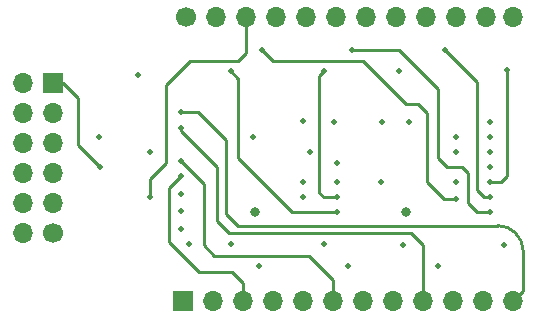
<source format=gbr>
%TF.GenerationSoftware,KiCad,Pcbnew,(6.0.9)*%
%TF.CreationDate,2023-03-11T18:38:12+09:00*%
%TF.ProjectId,Pmod_Matrix2,506d6f64-5f4d-4617-9472-6978322e6b69,rev?*%
%TF.SameCoordinates,Original*%
%TF.FileFunction,Copper,L2,Inr*%
%TF.FilePolarity,Positive*%
%FSLAX46Y46*%
G04 Gerber Fmt 4.6, Leading zero omitted, Abs format (unit mm)*
G04 Created by KiCad (PCBNEW (6.0.9)) date 2023-03-11 18:38:12*
%MOMM*%
%LPD*%
G01*
G04 APERTURE LIST*
%TA.AperFunction,ComponentPad*%
%ADD10C,1.700000*%
%TD*%
%TA.AperFunction,ComponentPad*%
%ADD11O,1.700000X1.700000*%
%TD*%
%TA.AperFunction,ComponentPad*%
%ADD12R,1.700000X1.700000*%
%TD*%
%TA.AperFunction,ViaPad*%
%ADD13C,0.500000*%
%TD*%
%TA.AperFunction,ViaPad*%
%ADD14C,0.800000*%
%TD*%
%TA.AperFunction,Conductor*%
%ADD15C,0.250000*%
%TD*%
G04 APERTURE END LIST*
D10*
%TO.N,Net-(R9-Pad1)*%
%TO.C,U4*%
X118483500Y-87760000D03*
D11*
%TO.N,Net-(R10-Pad1)*%
X121023500Y-87760000D03*
%TO.N,/ROW1*%
X123563500Y-87760000D03*
%TO.N,Net-(R11-Pad1)*%
X126103500Y-87760000D03*
%TO.N,Net-(R12-Pad1)*%
X128643500Y-87760000D03*
%TO.N,/ROW2*%
X131183500Y-87760000D03*
%TO.N,Net-(R13-Pad1)*%
X133723500Y-87760000D03*
%TO.N,Net-(R14-Pad1)*%
X136263500Y-87760000D03*
%TO.N,/ROW3*%
X138803500Y-87760000D03*
%TO.N,Net-(R15-Pad1)*%
X141343500Y-87760000D03*
%TO.N,Net-(R16-Pad1)*%
X143883500Y-87760000D03*
%TO.N,/ROW4*%
X146203500Y-87760000D03*
%TO.N,/ROW8*%
X146203500Y-111820000D03*
%TO.N,Net-(R8-Pad2)*%
X143663500Y-111820000D03*
%TO.N,Net-(R7-Pad2)*%
X141123500Y-111820000D03*
%TO.N,/ROW7*%
X138583500Y-111820000D03*
%TO.N,Net-(R6-Pad2)*%
X136043500Y-111820000D03*
%TO.N,Net-(R5-Pad2)*%
X133503500Y-111820000D03*
%TO.N,/ROW6*%
X130963500Y-111820000D03*
%TO.N,Net-(R4-Pad2)*%
X128423500Y-111820000D03*
%TO.N,Net-(R3-Pad2)*%
X125883500Y-111820000D03*
%TO.N,/ROW5*%
X123343500Y-111820000D03*
%TO.N,Net-(R2-Pad2)*%
X120803500Y-111820000D03*
D12*
%TO.N,Net-(R1-Pad2)*%
X118263500Y-111820000D03*
%TD*%
D10*
%TO.N,VCC*%
%TO.C,J1*%
X107250000Y-106045000D03*
D11*
X104710000Y-106045000D03*
%TO.N,GND*%
X107250000Y-103505000D03*
X104710000Y-103505000D03*
%TO.N,/RCLK*%
X107250000Y-100965000D03*
%TO.N,/CLK*%
X104710000Y-100965000D03*
%TO.N,Net-(J1-Pad5)*%
X107250000Y-98425000D03*
%TO.N,Net-(J1-Pad6)*%
X104710000Y-98425000D03*
%TO.N,/SER_Red*%
X107250000Y-95885000D03*
%TO.N,Net-(J1-Pad4)*%
X104710000Y-95885000D03*
D12*
%TO.N,/SER_Row*%
X107250000Y-93345000D03*
D11*
%TO.N,/SER_Green*%
X104710000Y-93345000D03*
%TD*%
D13*
%TO.N,Net-(R14-Pad2)*%
X144272000Y-102997000D03*
%TO.N,Net-(R16-Pad2)*%
X144272000Y-101727000D03*
%TO.N,Net-(R8-Pad1)*%
X144272000Y-96647000D03*
%TO.N,Net-(R12-Pad2)*%
X144272000Y-104267000D03*
%TO.N,Net-(R15-Pad2)*%
X135001000Y-101727000D03*
%TO.N,/CLK*%
X141351000Y-97917000D03*
%TO.N,Net-(R10-Pad2)*%
X141351000Y-103124000D03*
%TO.N,Net-(R7-Pad1)*%
X135128000Y-96647000D03*
%TO.N,Net-(R6-Pad1)*%
X144272000Y-97917000D03*
%TO.N,Net-(R4-Pad1)*%
X144272000Y-99187000D03*
%TO.N,Net-(R2-Pad1)*%
X144272000Y-100457000D03*
%TO.N,Net-(R5-Pad1)*%
X130238500Y-106997500D03*
%TO.N,Net-(J1-Pad6)*%
X137414000Y-96647000D03*
%TO.N,Net-(J1-Pad4)*%
X128397000Y-96520000D03*
%TO.N,Net-(R9-Pad2)*%
X114490500Y-92646500D03*
%TO.N,/SER_Red*%
X141351000Y-101727000D03*
%TO.N,/CLK*%
X124206000Y-97917000D03*
%TO.N,Net-(R5-Pad1)*%
X131064000Y-96647000D03*
%TO.N,Net-(R1-Pad1)*%
X131318000Y-101727000D03*
X118745000Y-106934000D03*
%TO.N,Net-(R3-Pad1)*%
X131318000Y-100076000D03*
%TO.N,Net-(R11-Pad2)*%
X131318000Y-104267000D03*
%TO.N,Net-(R13-Pad2)*%
X131318000Y-102997000D03*
X130175000Y-92329000D03*
%TO.N,Net-(R11-Pad2)*%
X122301000Y-92329000D03*
%TO.N,Net-(R9-Pad2)*%
X128397000Y-102997000D03*
%TO.N,Net-(R10-Pad2)*%
X124968000Y-90551000D03*
%TO.N,Net-(R12-Pad2)*%
X132588000Y-90551000D03*
%TO.N,Net-(R14-Pad2)*%
X140462000Y-90551000D03*
%TO.N,Net-(R15-Pad2)*%
X136525000Y-92329000D03*
%TO.N,Net-(R16-Pad2)*%
X145669000Y-92202000D03*
%TO.N,Net-(R3-Pad1)*%
X122301000Y-106934000D03*
%TO.N,Net-(R2-Pad1)*%
X124714000Y-108839000D03*
%TO.N,Net-(R4-Pad1)*%
X132207000Y-108839000D03*
%TO.N,Net-(R7-Pad1)*%
X136906000Y-107061000D03*
%TO.N,Net-(R6-Pad1)*%
X139827000Y-108839000D03*
%TO.N,Net-(R8-Pad1)*%
X145415000Y-107061000D03*
D14*
%TO.N,VCC*%
X137186500Y-104267000D03*
D13*
%TO.N,/SER_Green*%
X128397000Y-101727000D03*
D14*
%TO.N,VCC*%
X124386000Y-104267000D03*
D13*
%TO.N,/ROW2*%
X118110000Y-105664000D03*
%TO.N,/ROW3*%
X118110000Y-104140000D03*
%TO.N,/ROW4*%
X118110000Y-102743000D03*
%TO.N,/RCLK*%
X141351000Y-99187000D03*
X129032000Y-99187000D03*
X115443000Y-99187000D03*
%TO.N,/ROW8*%
X118110000Y-95758000D03*
%TO.N,/ROW1*%
X115443000Y-102997000D03*
%TO.N,/CLK*%
X111125000Y-97917000D03*
%TO.N,/SER_Row*%
X111252000Y-100457000D03*
%TO.N,/ROW7*%
X118110000Y-97155000D03*
%TO.N,/ROW6*%
X118110000Y-99949000D03*
%TO.N,/ROW5*%
X118110000Y-101219000D03*
%TD*%
D15*
%TO.N,/SER_Row*%
X108077000Y-93345000D02*
X107250000Y-93345000D01*
X109347000Y-94615000D02*
X108077000Y-93345000D01*
X111252000Y-100457000D02*
X109347000Y-98552000D01*
X109347000Y-98552000D02*
X109347000Y-94615000D01*
%TO.N,Net-(R14-Pad2)*%
X144018000Y-102997000D02*
X144272000Y-102997000D01*
X143764000Y-102997000D02*
X144018000Y-102997000D01*
X142748000Y-92837000D02*
X143129000Y-93218000D01*
X143129000Y-93218000D02*
X143129000Y-102362000D01*
X140462000Y-90551000D02*
X142748000Y-92837000D01*
X143129000Y-102362000D02*
X143764000Y-102997000D01*
%TO.N,Net-(R16-Pad2)*%
X145161000Y-101727000D02*
X144272000Y-101727000D01*
X145288000Y-101600000D02*
X145161000Y-101727000D01*
X145669000Y-101219000D02*
X145288000Y-101600000D01*
X145669000Y-92202000D02*
X145669000Y-101219000D01*
%TO.N,Net-(R12-Pad2)*%
X143129000Y-104267000D02*
X144272000Y-104267000D01*
X142367000Y-103505000D02*
X143129000Y-104267000D01*
X142367000Y-100965000D02*
X142367000Y-103505000D01*
X139827000Y-99695000D02*
X140589000Y-100457000D01*
X140589000Y-100457000D02*
X141859000Y-100457000D01*
X136525000Y-90551000D02*
X139827000Y-93853000D01*
X132588000Y-90551000D02*
X136525000Y-90551000D01*
X139827000Y-93853000D02*
X139827000Y-99695000D01*
X141859000Y-100457000D02*
X142367000Y-100965000D01*
%TO.N,Net-(R10-Pad2)*%
X138176000Y-95123000D02*
X138938000Y-95885000D01*
X133477000Y-91440000D02*
X137160000Y-95123000D01*
X125857000Y-91440000D02*
X133477000Y-91440000D01*
X138938000Y-95885000D02*
X138938000Y-101727000D01*
X140335000Y-103124000D02*
X141351000Y-103124000D01*
X124968000Y-90551000D02*
X125857000Y-91440000D01*
X137160000Y-95123000D02*
X138176000Y-95123000D01*
X138938000Y-101727000D02*
X140335000Y-103124000D01*
%TO.N,/ROW8*%
X146381801Y-105995773D02*
G75*
G03*
X144967573Y-105410000I-1414201J-1414227D01*
G01*
X146480228Y-106094200D02*
G75*
G02*
X147066000Y-107508427I-1414228J-1414200D01*
G01*
%TO.N,Net-(R13-Pad2)*%
X129794000Y-92710000D02*
X130175000Y-92329000D01*
X130175000Y-102997000D02*
X129794000Y-102616000D01*
X129794000Y-102616000D02*
X129794000Y-92710000D01*
X131318000Y-102997000D02*
X130175000Y-102997000D01*
%TO.N,Net-(R11-Pad2)*%
X122936000Y-99695000D02*
X122936000Y-92964000D01*
X127508000Y-104267000D02*
X122936000Y-99695000D01*
X122936000Y-92964000D02*
X122301000Y-92329000D01*
X131318000Y-104267000D02*
X127508000Y-104267000D01*
%TO.N,/ROW1*%
X123563500Y-90812500D02*
X123563500Y-87760000D01*
X122936000Y-91440000D02*
X123563500Y-90812500D01*
X118872000Y-91440000D02*
X122936000Y-91440000D01*
X116840000Y-100076000D02*
X116840000Y-93472000D01*
X116840000Y-93472000D02*
X118872000Y-91440000D01*
X115443000Y-101473000D02*
X116840000Y-100076000D01*
X115443000Y-102997000D02*
X115443000Y-101473000D01*
%TO.N,/ROW8*%
X146381787Y-105995787D02*
X146480214Y-106094214D01*
X121920000Y-104394000D02*
X122936000Y-105410000D01*
X147066000Y-107508427D02*
X147066000Y-110957500D01*
X147066000Y-110957500D02*
X146203500Y-111820000D01*
X121920000Y-98171000D02*
X121920000Y-104394000D01*
X119507000Y-95758000D02*
X121920000Y-98171000D01*
X118110000Y-95758000D02*
X119507000Y-95758000D01*
X122936000Y-105410000D02*
X144967573Y-105410000D01*
%TO.N,/ROW7*%
X138583500Y-107087500D02*
X138583500Y-111820000D01*
X137541000Y-106045000D02*
X138583500Y-107087500D01*
X121158000Y-105029000D02*
X122174000Y-106045000D01*
X121158000Y-100457000D02*
X121158000Y-105029000D01*
X122174000Y-106045000D02*
X137541000Y-106045000D01*
X118110000Y-97409000D02*
X121158000Y-100457000D01*
X118110000Y-97155000D02*
X118110000Y-97409000D01*
%TO.N,/ROW6*%
X128905000Y-107950000D02*
X130963500Y-110008500D01*
X120015000Y-107061000D02*
X120904000Y-107950000D01*
X120904000Y-107950000D02*
X128905000Y-107950000D01*
X120015000Y-101854000D02*
X120015000Y-107061000D01*
X130963500Y-110008500D02*
X130963500Y-111820000D01*
X118110000Y-99949000D02*
X120015000Y-101854000D01*
%TO.N,/ROW5*%
X122428000Y-109347000D02*
X123343500Y-110262500D01*
X117094000Y-106807000D02*
X119634000Y-109347000D01*
X117094000Y-102235000D02*
X117094000Y-106807000D01*
X118110000Y-101219000D02*
X117094000Y-102235000D01*
X123343500Y-110262500D02*
X123343500Y-111820000D01*
X119634000Y-109347000D02*
X122428000Y-109347000D01*
%TD*%
M02*

</source>
